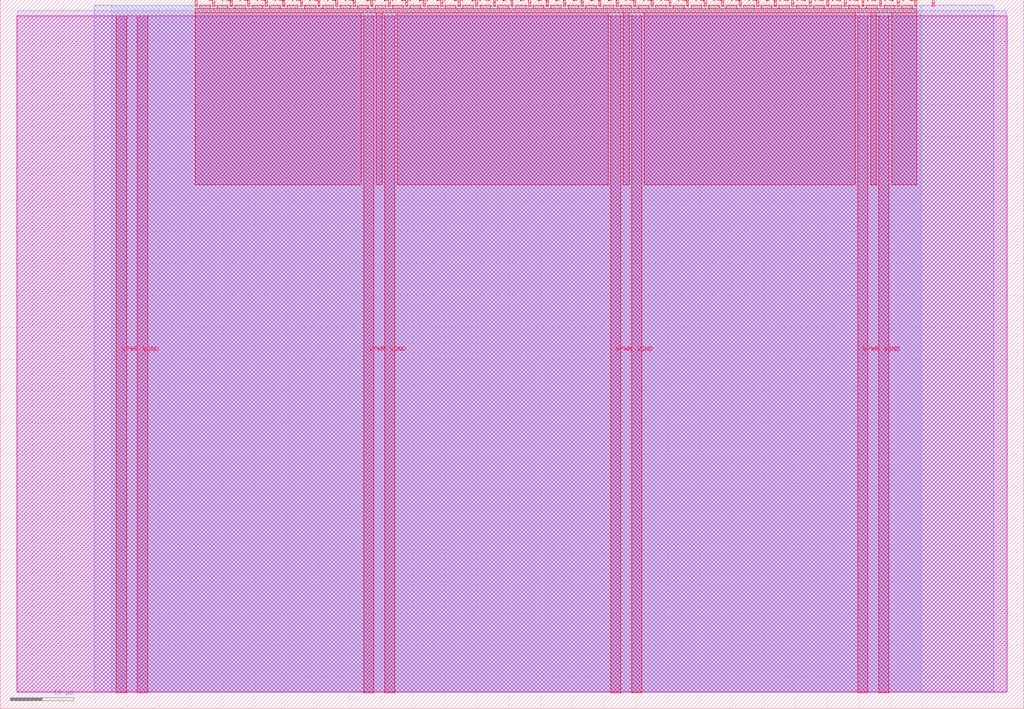
<source format=lef>
VERSION 5.7 ;
  NOWIREEXTENSIONATPIN ON ;
  DIVIDERCHAR "/" ;
  BUSBITCHARS "[]" ;
MACRO tt_um_rebeccargb_colorbars
  CLASS BLOCK ;
  FOREIGN tt_um_rebeccargb_colorbars ;
  ORIGIN 0.000 0.000 ;
  SIZE 161.000 BY 111.520 ;
  PIN VGND
    DIRECTION INOUT ;
    USE GROUND ;
    PORT
      LAYER met4 ;
        RECT 21.580 2.480 23.180 109.040 ;
    END
    PORT
      LAYER met4 ;
        RECT 60.450 2.480 62.050 109.040 ;
    END
    PORT
      LAYER met4 ;
        RECT 99.320 2.480 100.920 109.040 ;
    END
    PORT
      LAYER met4 ;
        RECT 138.190 2.480 139.790 109.040 ;
    END
  END VGND
  PIN VPWR
    DIRECTION INOUT ;
    USE POWER ;
    PORT
      LAYER met4 ;
        RECT 18.280 2.480 19.880 109.040 ;
    END
    PORT
      LAYER met4 ;
        RECT 57.150 2.480 58.750 109.040 ;
    END
    PORT
      LAYER met4 ;
        RECT 96.020 2.480 97.620 109.040 ;
    END
    PORT
      LAYER met4 ;
        RECT 134.890 2.480 136.490 109.040 ;
    END
  END VPWR
  PIN clk
    DIRECTION INPUT ;
    USE SIGNAL ;
    ANTENNAGATEAREA 0.852000 ;
    PORT
      LAYER met4 ;
        RECT 143.830 110.520 144.130 111.520 ;
    END
  END clk
  PIN ena
    DIRECTION INPUT ;
    USE SIGNAL ;
    PORT
      LAYER met4 ;
        RECT 146.590 110.520 146.890 111.520 ;
    END
  END ena
  PIN rst_n
    DIRECTION INPUT ;
    USE SIGNAL ;
    ANTENNAGATEAREA 0.159000 ;
    PORT
      LAYER met4 ;
        RECT 141.070 110.520 141.370 111.520 ;
    END
  END rst_n
  PIN ui_in[0]
    DIRECTION INPUT ;
    USE SIGNAL ;
    ANTENNAGATEAREA 0.196500 ;
    PORT
      LAYER met4 ;
        RECT 138.310 110.520 138.610 111.520 ;
    END
  END ui_in[0]
  PIN ui_in[1]
    DIRECTION INPUT ;
    USE SIGNAL ;
    ANTENNAGATEAREA 0.196500 ;
    PORT
      LAYER met4 ;
        RECT 135.550 110.520 135.850 111.520 ;
    END
  END ui_in[1]
  PIN ui_in[2]
    DIRECTION INPUT ;
    USE SIGNAL ;
    ANTENNAGATEAREA 0.213000 ;
    PORT
      LAYER met4 ;
        RECT 132.790 110.520 133.090 111.520 ;
    END
  END ui_in[2]
  PIN ui_in[3]
    DIRECTION INPUT ;
    USE SIGNAL ;
    ANTENNAGATEAREA 0.196500 ;
    PORT
      LAYER met4 ;
        RECT 130.030 110.520 130.330 111.520 ;
    END
  END ui_in[3]
  PIN ui_in[4]
    DIRECTION INPUT ;
    USE SIGNAL ;
    ANTENNAGATEAREA 0.196500 ;
    PORT
      LAYER met4 ;
        RECT 127.270 110.520 127.570 111.520 ;
    END
  END ui_in[4]
  PIN ui_in[5]
    DIRECTION INPUT ;
    USE SIGNAL ;
    ANTENNAGATEAREA 0.196500 ;
    PORT
      LAYER met4 ;
        RECT 124.510 110.520 124.810 111.520 ;
    END
  END ui_in[5]
  PIN ui_in[6]
    DIRECTION INPUT ;
    USE SIGNAL ;
    ANTENNAGATEAREA 0.196500 ;
    PORT
      LAYER met4 ;
        RECT 121.750 110.520 122.050 111.520 ;
    END
  END ui_in[6]
  PIN ui_in[7]
    DIRECTION INPUT ;
    USE SIGNAL ;
    ANTENNAGATEAREA 0.196500 ;
    PORT
      LAYER met4 ;
        RECT 118.990 110.520 119.290 111.520 ;
    END
  END ui_in[7]
  PIN uio_in[0]
    DIRECTION INPUT ;
    USE SIGNAL ;
    PORT
      LAYER met4 ;
        RECT 116.230 110.520 116.530 111.520 ;
    END
  END uio_in[0]
  PIN uio_in[1]
    DIRECTION INPUT ;
    USE SIGNAL ;
    PORT
      LAYER met4 ;
        RECT 113.470 110.520 113.770 111.520 ;
    END
  END uio_in[1]
  PIN uio_in[2]
    DIRECTION INPUT ;
    USE SIGNAL ;
    PORT
      LAYER met4 ;
        RECT 110.710 110.520 111.010 111.520 ;
    END
  END uio_in[2]
  PIN uio_in[3]
    DIRECTION INPUT ;
    USE SIGNAL ;
    PORT
      LAYER met4 ;
        RECT 107.950 110.520 108.250 111.520 ;
    END
  END uio_in[3]
  PIN uio_in[4]
    DIRECTION INPUT ;
    USE SIGNAL ;
    PORT
      LAYER met4 ;
        RECT 105.190 110.520 105.490 111.520 ;
    END
  END uio_in[4]
  PIN uio_in[5]
    DIRECTION INPUT ;
    USE SIGNAL ;
    PORT
      LAYER met4 ;
        RECT 102.430 110.520 102.730 111.520 ;
    END
  END uio_in[5]
  PIN uio_in[6]
    DIRECTION INPUT ;
    USE SIGNAL ;
    PORT
      LAYER met4 ;
        RECT 99.670 110.520 99.970 111.520 ;
    END
  END uio_in[6]
  PIN uio_in[7]
    DIRECTION INPUT ;
    USE SIGNAL ;
    PORT
      LAYER met4 ;
        RECT 96.910 110.520 97.210 111.520 ;
    END
  END uio_in[7]
  PIN uio_oe[0]
    DIRECTION OUTPUT ;
    USE SIGNAL ;
    PORT
      LAYER met4 ;
        RECT 49.990 110.520 50.290 111.520 ;
    END
  END uio_oe[0]
  PIN uio_oe[1]
    DIRECTION OUTPUT ;
    USE SIGNAL ;
    PORT
      LAYER met4 ;
        RECT 47.230 110.520 47.530 111.520 ;
    END
  END uio_oe[1]
  PIN uio_oe[2]
    DIRECTION OUTPUT ;
    USE SIGNAL ;
    PORT
      LAYER met4 ;
        RECT 44.470 110.520 44.770 111.520 ;
    END
  END uio_oe[2]
  PIN uio_oe[3]
    DIRECTION OUTPUT ;
    USE SIGNAL ;
    PORT
      LAYER met4 ;
        RECT 41.710 110.520 42.010 111.520 ;
    END
  END uio_oe[3]
  PIN uio_oe[4]
    DIRECTION OUTPUT ;
    USE SIGNAL ;
    PORT
      LAYER met4 ;
        RECT 38.950 110.520 39.250 111.520 ;
    END
  END uio_oe[4]
  PIN uio_oe[5]
    DIRECTION OUTPUT ;
    USE SIGNAL ;
    PORT
      LAYER met4 ;
        RECT 36.190 110.520 36.490 111.520 ;
    END
  END uio_oe[5]
  PIN uio_oe[6]
    DIRECTION OUTPUT ;
    USE SIGNAL ;
    PORT
      LAYER met4 ;
        RECT 33.430 110.520 33.730 111.520 ;
    END
  END uio_oe[6]
  PIN uio_oe[7]
    DIRECTION OUTPUT ;
    USE SIGNAL ;
    PORT
      LAYER met4 ;
        RECT 30.670 110.520 30.970 111.520 ;
    END
  END uio_oe[7]
  PIN uio_out[0]
    DIRECTION OUTPUT ;
    USE SIGNAL ;
    ANTENNAGATEAREA 2.358000 ;
    ANTENNADIFFAREA 2.862000 ;
    PORT
      LAYER met4 ;
        RECT 72.070 110.520 72.370 111.520 ;
    END
  END uio_out[0]
  PIN uio_out[1]
    DIRECTION OUTPUT ;
    USE SIGNAL ;
    ANTENNAGATEAREA 0.495000 ;
    ANTENNADIFFAREA 0.445500 ;
    PORT
      LAYER met4 ;
        RECT 69.310 110.520 69.610 111.520 ;
    END
  END uio_out[1]
  PIN uio_out[2]
    DIRECTION OUTPUT ;
    USE SIGNAL ;
    ANTENNAGATEAREA 1.489500 ;
    ANTENNADIFFAREA 1.075200 ;
    PORT
      LAYER met4 ;
        RECT 66.550 110.520 66.850 111.520 ;
    END
  END uio_out[2]
  PIN uio_out[3]
    DIRECTION OUTPUT ;
    USE SIGNAL ;
    ANTENNAGATEAREA 1.863000 ;
    ANTENNADIFFAREA 0.891000 ;
    PORT
      LAYER met4 ;
        RECT 63.790 110.520 64.090 111.520 ;
    END
  END uio_out[3]
  PIN uio_out[4]
    DIRECTION OUTPUT ;
    USE SIGNAL ;
    ANTENNAGATEAREA 2.227500 ;
    ANTENNADIFFAREA 0.891000 ;
    PORT
      LAYER met4 ;
        RECT 61.030 110.520 61.330 111.520 ;
    END
  END uio_out[4]
  PIN uio_out[5]
    DIRECTION OUTPUT ;
    USE SIGNAL ;
    ANTENNAGATEAREA 2.106000 ;
    ANTENNADIFFAREA 0.891000 ;
    PORT
      LAYER met4 ;
        RECT 58.270 110.520 58.570 111.520 ;
    END
  END uio_out[5]
  PIN uio_out[6]
    DIRECTION OUTPUT ;
    USE SIGNAL ;
    ANTENNAGATEAREA 1.489500 ;
    ANTENNADIFFAREA 1.075200 ;
    PORT
      LAYER met4 ;
        RECT 55.510 110.520 55.810 111.520 ;
    END
  END uio_out[6]
  PIN uio_out[7]
    DIRECTION OUTPUT ;
    USE SIGNAL ;
    ANTENNAGATEAREA 3.217500 ;
    ANTENNADIFFAREA 1.484000 ;
    PORT
      LAYER met4 ;
        RECT 52.750 110.520 53.050 111.520 ;
    END
  END uio_out[7]
  PIN uo_out[0]
    DIRECTION OUTPUT ;
    USE SIGNAL ;
    ANTENNADIFFAREA 0.962500 ;
    PORT
      LAYER met4 ;
        RECT 94.150 110.520 94.450 111.520 ;
    END
  END uo_out[0]
  PIN uo_out[1]
    DIRECTION OUTPUT ;
    USE SIGNAL ;
    ANTENNADIFFAREA 0.462000 ;
    PORT
      LAYER met4 ;
        RECT 91.390 110.520 91.690 111.520 ;
    END
  END uo_out[1]
  PIN uo_out[2]
    DIRECTION OUTPUT ;
    USE SIGNAL ;
    ANTENNADIFFAREA 0.891000 ;
    PORT
      LAYER met4 ;
        RECT 88.630 110.520 88.930 111.520 ;
    END
  END uo_out[2]
  PIN uo_out[3]
    DIRECTION OUTPUT ;
    USE SIGNAL ;
    ANTENNADIFFAREA 0.445500 ;
    PORT
      LAYER met4 ;
        RECT 85.870 110.520 86.170 111.520 ;
    END
  END uo_out[3]
  PIN uo_out[4]
    DIRECTION OUTPUT ;
    USE SIGNAL ;
    ANTENNADIFFAREA 1.431000 ;
    PORT
      LAYER met4 ;
        RECT 83.110 110.520 83.410 111.520 ;
    END
  END uo_out[4]
  PIN uo_out[5]
    DIRECTION OUTPUT ;
    USE SIGNAL ;
    ANTENNAGATEAREA 0.495000 ;
    ANTENNADIFFAREA 1.242000 ;
    PORT
      LAYER met4 ;
        RECT 80.350 110.520 80.650 111.520 ;
    END
  END uo_out[5]
  PIN uo_out[6]
    DIRECTION OUTPUT ;
    USE SIGNAL ;
    ANTENNADIFFAREA 1.431000 ;
    PORT
      LAYER met4 ;
        RECT 77.590 110.520 77.890 111.520 ;
    END
  END uo_out[6]
  PIN uo_out[7]
    DIRECTION OUTPUT ;
    USE SIGNAL ;
    ANTENNADIFFAREA 0.445500 ;
    PORT
      LAYER met4 ;
        RECT 74.830 110.520 75.130 111.520 ;
    END
  END uo_out[7]
  OBS
      LAYER nwell ;
        RECT 2.570 2.635 158.430 108.990 ;
      LAYER li1 ;
        RECT 2.760 2.635 158.240 108.885 ;
      LAYER met1 ;
        RECT 2.760 2.480 158.240 109.780 ;
      LAYER met2 ;
        RECT 14.820 2.535 156.300 110.685 ;
      LAYER met3 ;
        RECT 17.545 2.555 144.835 110.665 ;
      LAYER met4 ;
        RECT 31.370 110.120 33.030 110.665 ;
        RECT 34.130 110.120 35.790 110.665 ;
        RECT 36.890 110.120 38.550 110.665 ;
        RECT 39.650 110.120 41.310 110.665 ;
        RECT 42.410 110.120 44.070 110.665 ;
        RECT 45.170 110.120 46.830 110.665 ;
        RECT 47.930 110.120 49.590 110.665 ;
        RECT 50.690 110.120 52.350 110.665 ;
        RECT 53.450 110.120 55.110 110.665 ;
        RECT 56.210 110.120 57.870 110.665 ;
        RECT 58.970 110.120 60.630 110.665 ;
        RECT 61.730 110.120 63.390 110.665 ;
        RECT 64.490 110.120 66.150 110.665 ;
        RECT 67.250 110.120 68.910 110.665 ;
        RECT 70.010 110.120 71.670 110.665 ;
        RECT 72.770 110.120 74.430 110.665 ;
        RECT 75.530 110.120 77.190 110.665 ;
        RECT 78.290 110.120 79.950 110.665 ;
        RECT 81.050 110.120 82.710 110.665 ;
        RECT 83.810 110.120 85.470 110.665 ;
        RECT 86.570 110.120 88.230 110.665 ;
        RECT 89.330 110.120 90.990 110.665 ;
        RECT 92.090 110.120 93.750 110.665 ;
        RECT 94.850 110.120 96.510 110.665 ;
        RECT 97.610 110.120 99.270 110.665 ;
        RECT 100.370 110.120 102.030 110.665 ;
        RECT 103.130 110.120 104.790 110.665 ;
        RECT 105.890 110.120 107.550 110.665 ;
        RECT 108.650 110.120 110.310 110.665 ;
        RECT 111.410 110.120 113.070 110.665 ;
        RECT 114.170 110.120 115.830 110.665 ;
        RECT 116.930 110.120 118.590 110.665 ;
        RECT 119.690 110.120 121.350 110.665 ;
        RECT 122.450 110.120 124.110 110.665 ;
        RECT 125.210 110.120 126.870 110.665 ;
        RECT 127.970 110.120 129.630 110.665 ;
        RECT 130.730 110.120 132.390 110.665 ;
        RECT 133.490 110.120 135.150 110.665 ;
        RECT 136.250 110.120 137.910 110.665 ;
        RECT 139.010 110.120 140.670 110.665 ;
        RECT 141.770 110.120 143.430 110.665 ;
        RECT 30.655 109.440 144.145 110.120 ;
        RECT 30.655 82.455 56.750 109.440 ;
        RECT 59.150 82.455 60.050 109.440 ;
        RECT 62.450 82.455 95.620 109.440 ;
        RECT 98.020 82.455 98.920 109.440 ;
        RECT 101.320 82.455 134.490 109.440 ;
        RECT 136.890 82.455 137.790 109.440 ;
        RECT 140.190 82.455 144.145 109.440 ;
  END
END tt_um_rebeccargb_colorbars
END LIBRARY


</source>
